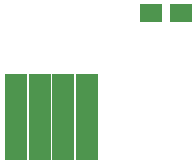
<source format=gbs>
G04 #@! TF.GenerationSoftware,KiCad,Pcbnew,(5.1.0)-1*
G04 #@! TF.CreationDate,2019-05-17T10:18:47-04:00*
G04 #@! TF.ProjectId,gc_sp2,67635f73-7032-42e6-9b69-6361645f7063,rev?*
G04 #@! TF.SameCoordinates,Original*
G04 #@! TF.FileFunction,Soldermask,Bot*
G04 #@! TF.FilePolarity,Negative*
%FSLAX46Y46*%
G04 Gerber Fmt 4.6, Leading zero omitted, Abs format (unit mm)*
G04 Created by KiCad (PCBNEW (5.1.0)-1) date 2019-05-17 10:18:47*
%MOMM*%
%LPD*%
G04 APERTURE LIST*
%ADD10R,1.900000X7.400000*%
%ADD11R,1.900000X1.650000*%
G04 APERTURE END LIST*
D10*
X76500000Y-115900000D03*
X78500000Y-115900000D03*
X80500000Y-115900000D03*
X82500000Y-115900000D03*
D11*
X90450000Y-107100000D03*
X87950000Y-107100000D03*
M02*

</source>
